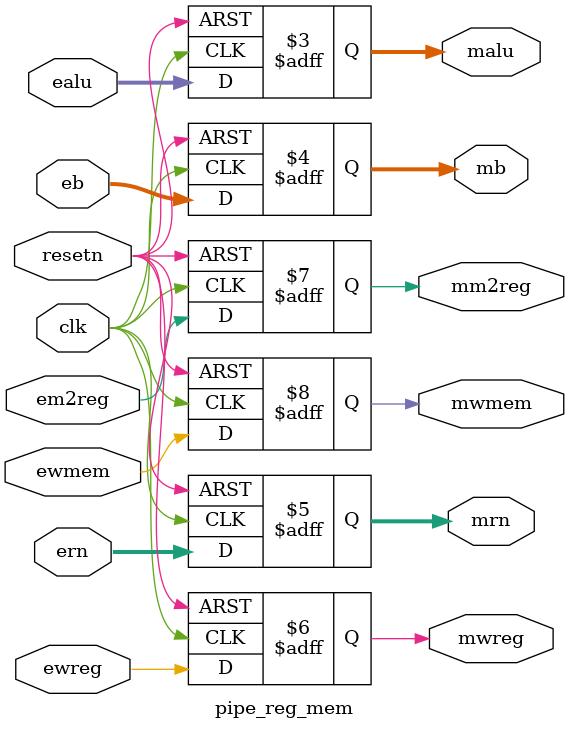
<source format=v>
module pipe_reg_mem (ewreg,em2reg,ewmem,ealu,eb,ern,clk,resetn,mwreg,mm2reg,mwmem,malu,mb,mrn);
    input clk,resetn;
	 input [4:0] ern;
    input [31:0] ealu,eb;
    input ewreg,em2reg,ewmem;

    output [31:0] malu,mb;
    output [4:0] mrn;
    output mwreg,mm2reg,mwmem;
	 
	 reg [31:0] malu,mb;
	 reg [4:0] mrn;
	 reg mwreg,mm2reg,mwmem;
    
	 //在时钟上升沿更新信号，并发送给MEM stage
    always @ (negedge resetn or posedge clk)
		begin
		//若resetn为零，将所有信号置为零
		if (resetn == 0) 
			begin
			mwreg <= 0;
			mm2reg <= 0;
			mwmem <= 0;
			malu <= 0;
			mb <= 0;
			mrn <= 0;
			end
		//更新信号	
		else 
			begin
			mwreg <= ewreg;
			mm2reg <= em2reg;
			mwmem <= ewmem;
			malu <= ealu;
			mb <= eb;
			mrn <= ern;
			end
		end
		
endmodule
</source>
